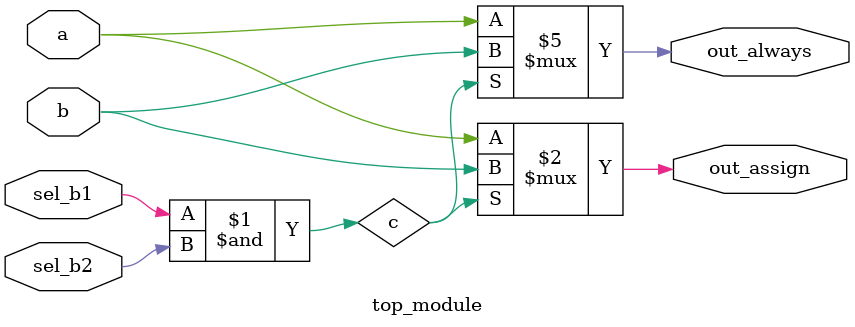
<source format=v>
module top_module(
    input a,
    input b,
    input sel_b1,
    input sel_b2,
    output wire out_assign,
    output reg out_always   ); 

     wire c = sel_b1 & sel_b2;
    // Method 1 Using Assign Statements
    assign out_assign = c ? b : a;
    
    // Method 2 Using Combinational Always Block
    always @ (*)
        begin
            if(c)
              out_always = b;
            else 
              out_always = a; 
        end
endmodule

</source>
